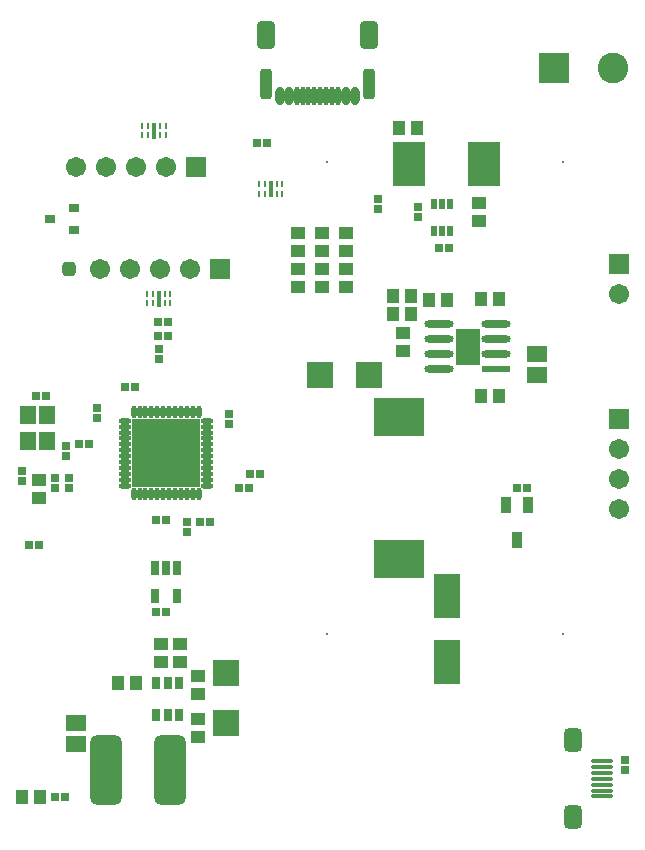
<source format=gts>
G04*
G04 #@! TF.GenerationSoftware,Altium Limited,Altium Designer,23.5.1 (21)*
G04*
G04 Layer_Color=8388736*
%FSLAX25Y25*%
%MOIN*%
G70*
G04*
G04 #@! TF.SameCoordinates,89F97100-6FF8-4533-BDCD-A1BC4398B3AB*
G04*
G04*
G04 #@! TF.FilePolarity,Negative*
G04*
G01*
G75*
G04:AMPARAMS|DCode=19|XSize=11.81mil|YSize=70.87mil|CornerRadius=2.95mil|HoleSize=0mil|Usage=FLASHONLY|Rotation=270.000|XOffset=0mil|YOffset=0mil|HoleType=Round|Shape=RoundedRectangle|*
%AMROUNDEDRECTD19*
21,1,0.01181,0.06496,0,0,270.0*
21,1,0.00591,0.07087,0,0,270.0*
1,1,0.00591,-0.03248,-0.00295*
1,1,0.00591,-0.03248,0.00295*
1,1,0.00591,0.03248,0.00295*
1,1,0.00591,0.03248,-0.00295*
%
%ADD19ROUNDEDRECTD19*%
G04:AMPARAMS|DCode=20|XSize=78.74mil|YSize=59.06mil|CornerRadius=14.76mil|HoleSize=0mil|Usage=FLASHONLY|Rotation=270.000|XOffset=0mil|YOffset=0mil|HoleType=Round|Shape=RoundedRectangle|*
%AMROUNDEDRECTD20*
21,1,0.07874,0.02953,0,0,270.0*
21,1,0.04921,0.05906,0,0,270.0*
1,1,0.02953,-0.01476,-0.02461*
1,1,0.02953,-0.01476,0.02461*
1,1,0.02953,0.01476,0.02461*
1,1,0.02953,0.01476,-0.02461*
%
%ADD20ROUNDEDRECTD20*%
%ADD27R,0.01575X0.05512*%
%ADD28R,0.00984X0.02362*%
G04:AMPARAMS|DCode=37|XSize=43.31mil|YSize=23.62mil|CornerRadius=2.01mil|HoleSize=0mil|Usage=FLASHONLY|Rotation=90.000|XOffset=0mil|YOffset=0mil|HoleType=Round|Shape=RoundedRectangle|*
%AMROUNDEDRECTD37*
21,1,0.04331,0.01961,0,0,90.0*
21,1,0.03929,0.02362,0,0,90.0*
1,1,0.00402,0.00980,0.01965*
1,1,0.00402,0.00980,-0.01965*
1,1,0.00402,-0.00980,-0.01965*
1,1,0.00402,-0.00980,0.01965*
%
%ADD37ROUNDEDRECTD37*%
G04:AMPARAMS|DCode=41|XSize=97.4mil|YSize=24.49mil|CornerRadius=12.25mil|HoleSize=0mil|Usage=FLASHONLY|Rotation=180.000|XOffset=0mil|YOffset=0mil|HoleType=Round|Shape=RoundedRectangle|*
%AMROUNDEDRECTD41*
21,1,0.09740,0.00000,0,0,180.0*
21,1,0.07291,0.02449,0,0,180.0*
1,1,0.02449,-0.03646,0.00000*
1,1,0.02449,0.03646,0.00000*
1,1,0.02449,0.03646,0.00000*
1,1,0.02449,-0.03646,0.00000*
%
%ADD41ROUNDEDRECTD41*%
%ADD42R,0.09740X0.02449*%
G04:AMPARAMS|DCode=47|XSize=47.37mil|YSize=47.37mil|CornerRadius=13.84mil|HoleSize=0mil|Usage=FLASHONLY|Rotation=0.000|XOffset=0mil|YOffset=0mil|HoleType=Round|Shape=RoundedRectangle|*
%AMROUNDEDRECTD47*
21,1,0.04737,0.01968,0,0,0.0*
21,1,0.01968,0.04737,0,0,0.0*
1,1,0.02769,0.00984,-0.00984*
1,1,0.02769,-0.00984,-0.00984*
1,1,0.02769,-0.00984,0.00984*
1,1,0.02769,0.00984,0.00984*
%
%ADD47ROUNDEDRECTD47*%
%ADD48R,0.02959X0.02762*%
%ADD49R,0.04658X0.04461*%
%ADD50R,0.05328X0.06312*%
%ADD51R,0.02762X0.02959*%
%ADD52R,0.03162X0.05131*%
%ADD53R,0.03556X0.03162*%
%ADD54R,0.04461X0.04658*%
%ADD55O,0.04343X0.01784*%
%ADD56O,0.01784X0.04343*%
%ADD57R,0.22847X0.22847*%
%ADD58R,0.03359X0.05328*%
G04:AMPARAMS|DCode=59|XSize=106.42mil|YSize=236.35mil|CornerRadius=28.61mil|HoleSize=0mil|Usage=FLASHONLY|Rotation=180.000|XOffset=0mil|YOffset=0mil|HoleType=Round|Shape=RoundedRectangle|*
%AMROUNDEDRECTD59*
21,1,0.10642,0.17913,0,0,180.0*
21,1,0.04921,0.23635,0,0,180.0*
1,1,0.05721,-0.02461,0.08957*
1,1,0.05721,0.02461,0.08957*
1,1,0.05721,0.02461,-0.08957*
1,1,0.05721,-0.02461,-0.08957*
%
%ADD59ROUNDEDRECTD59*%
%ADD60R,0.08674X0.08674*%
%ADD61R,0.06587X0.05367*%
%ADD62R,0.16548X0.12611*%
%ADD63R,0.08674X0.14973*%
%ADD64R,0.08674X0.08674*%
%ADD65R,0.07972X0.12205*%
%ADD66R,0.01975X0.03747*%
%ADD67R,0.10642X0.14973*%
%ADD68O,0.01981X0.06115*%
%ADD69O,0.03162X0.06115*%
%ADD70C,0.06706*%
%ADD71R,0.06706X0.06706*%
%ADD72C,0.10249*%
%ADD73R,0.10249X0.10249*%
%ADD74R,0.06706X0.06706*%
G04:AMPARAMS|DCode=75|XSize=39.37mil|YSize=102.36mil|CornerRadius=9.84mil|HoleSize=0mil|Usage=FLASHONLY|Rotation=180.000|XOffset=0mil|YOffset=0mil|HoleType=Round|Shape=RoundedRectangle|*
%AMROUNDEDRECTD75*
21,1,0.03937,0.08268,0,0,180.0*
21,1,0.01968,0.10236,0,0,180.0*
1,1,0.01968,-0.00984,0.04134*
1,1,0.01968,0.00984,0.04134*
1,1,0.01968,0.00984,-0.04134*
1,1,0.01968,-0.00984,-0.04134*
%
%ADD75ROUNDEDRECTD75*%
G04:AMPARAMS|DCode=76|XSize=59.06mil|YSize=94.49mil|CornerRadius=14.76mil|HoleSize=0mil|Usage=FLASHONLY|Rotation=180.000|XOffset=0mil|YOffset=0mil|HoleType=Round|Shape=RoundedRectangle|*
%AMROUNDEDRECTD76*
21,1,0.05906,0.06496,0,0,180.0*
21,1,0.02953,0.09449,0,0,180.0*
1,1,0.02953,-0.01476,0.03248*
1,1,0.02953,0.01476,0.03248*
1,1,0.02953,0.01476,-0.03248*
1,1,0.02953,-0.01476,-0.03248*
%
%ADD76ROUNDEDRECTD76*%
G04:AMPARAMS|DCode=77|XSize=8mil|YSize=8mil|CornerRadius=0mil|HoleSize=0mil|Usage=FLASHONLY|Rotation=0.000|XOffset=0mil|YOffset=0mil|HoleType=Round|Shape=RoundedRectangle|*
%AMROUNDEDRECTD77*
21,1,0.00800,0.00800,0,0,0.0*
21,1,0.00800,0.00800,0,0,0.0*
1,1,0.00000,0.00400,-0.00400*
1,1,0.00000,-0.00400,-0.00400*
1,1,0.00000,-0.00400,0.00400*
1,1,0.00000,0.00400,0.00400*
%
%ADD77ROUNDEDRECTD77*%
%ADD78C,0.02769*%
D19*
X243323Y48594D02*
D03*
Y50563D02*
D03*
Y52531D02*
D03*
Y54500D02*
D03*
Y56468D02*
D03*
Y58437D02*
D03*
Y60405D02*
D03*
D20*
X233677Y67295D02*
D03*
Y41705D02*
D03*
D27*
X95499Y214499D02*
D03*
X93968Y270575D02*
D03*
X132833Y251066D02*
D03*
D28*
X99436Y212924D02*
D03*
X97467D02*
D03*
X93530D02*
D03*
X99436Y216074D02*
D03*
X97467D02*
D03*
X93530D02*
D03*
X91562Y212924D02*
D03*
Y216074D02*
D03*
X97905Y269000D02*
D03*
X95937D02*
D03*
X92000D02*
D03*
X97905Y272150D02*
D03*
X95937D02*
D03*
X92000D02*
D03*
X90031Y269000D02*
D03*
Y272150D02*
D03*
X136770Y249491D02*
D03*
Y252640D02*
D03*
X134801Y249491D02*
D03*
X130864D02*
D03*
X128896D02*
D03*
X134801Y252640D02*
D03*
X130864D02*
D03*
X128896D02*
D03*
D37*
X94760Y86315D02*
D03*
X98500D02*
D03*
X102240D02*
D03*
X94760Y75685D02*
D03*
X98500D02*
D03*
X102240D02*
D03*
D41*
X188988Y191000D02*
D03*
Y196000D02*
D03*
Y201000D02*
D03*
Y206000D02*
D03*
X208012D02*
D03*
Y201000D02*
D03*
Y196000D02*
D03*
D42*
Y191000D02*
D03*
D47*
X65500Y224500D02*
D03*
D48*
X119000Y176000D02*
D03*
Y172653D02*
D03*
X50000Y153827D02*
D03*
Y157173D02*
D03*
X65500Y151500D02*
D03*
Y154847D02*
D03*
X61000Y151500D02*
D03*
Y154847D02*
D03*
X95500Y194327D02*
D03*
Y197673D02*
D03*
X105000Y136827D02*
D03*
Y140173D02*
D03*
X64500Y162000D02*
D03*
Y165347D02*
D03*
X168500Y244327D02*
D03*
Y247673D02*
D03*
X182000Y245173D02*
D03*
Y241827D02*
D03*
X75000Y178000D02*
D03*
Y174653D02*
D03*
X251000Y57327D02*
D03*
Y60673D02*
D03*
D49*
X202420Y246355D02*
D03*
Y240292D02*
D03*
X142000Y224532D02*
D03*
Y218468D02*
D03*
Y236531D02*
D03*
Y230469D02*
D03*
X149964Y236531D02*
D03*
Y230469D02*
D03*
Y224532D02*
D03*
Y218468D02*
D03*
X158000Y236531D02*
D03*
Y230469D02*
D03*
Y224532D02*
D03*
Y218468D02*
D03*
X55500Y147968D02*
D03*
Y154032D02*
D03*
X96268Y93345D02*
D03*
Y99408D02*
D03*
X102537Y93387D02*
D03*
Y99449D02*
D03*
X108735Y82644D02*
D03*
Y88708D02*
D03*
X108500Y68468D02*
D03*
Y74532D02*
D03*
X177000Y196968D02*
D03*
Y203031D02*
D03*
D50*
X58294Y167184D02*
D03*
X51994Y175845D02*
D03*
X58294D02*
D03*
X51994Y167184D02*
D03*
D51*
X55500Y132500D02*
D03*
X52153D02*
D03*
X94515Y140720D02*
D03*
X97861D02*
D03*
X125827Y156000D02*
D03*
X129173D02*
D03*
X122153Y151500D02*
D03*
X125500D02*
D03*
X94653Y110000D02*
D03*
X98000D02*
D03*
X95414Y202129D02*
D03*
X98761D02*
D03*
X98761Y206678D02*
D03*
X95414D02*
D03*
X64346Y48500D02*
D03*
X61000D02*
D03*
X109327Y140000D02*
D03*
X112673D02*
D03*
X54654Y182000D02*
D03*
X58000D02*
D03*
X69000Y166000D02*
D03*
X72347D02*
D03*
X215000Y151500D02*
D03*
X218347D02*
D03*
X128327Y266500D02*
D03*
X131673D02*
D03*
X188827Y231500D02*
D03*
X192173D02*
D03*
X87673Y185000D02*
D03*
X84327D02*
D03*
D52*
X101740Y124724D02*
D03*
X98000D02*
D03*
X94260D02*
D03*
Y115276D02*
D03*
X101740D02*
D03*
D53*
X67258Y244863D02*
D03*
Y237382D02*
D03*
X59384Y241122D02*
D03*
D54*
X56032Y48500D02*
D03*
X49968D02*
D03*
X88032Y86500D02*
D03*
X81968D02*
D03*
X179532Y215500D02*
D03*
X173468D02*
D03*
X191532Y214000D02*
D03*
X185468D02*
D03*
X179532Y209500D02*
D03*
X173468D02*
D03*
X203000Y214500D02*
D03*
X209063D02*
D03*
X209032Y182000D02*
D03*
X202969D02*
D03*
X181532Y271500D02*
D03*
X175469D02*
D03*
D55*
X84417Y173827D02*
D03*
Y171858D02*
D03*
Y169890D02*
D03*
Y167921D02*
D03*
Y165953D02*
D03*
Y163984D02*
D03*
Y162016D02*
D03*
Y160047D02*
D03*
Y158079D02*
D03*
Y156110D02*
D03*
Y154142D02*
D03*
Y152173D02*
D03*
X111583D02*
D03*
Y154142D02*
D03*
Y156110D02*
D03*
Y158079D02*
D03*
Y160047D02*
D03*
Y162016D02*
D03*
Y163984D02*
D03*
Y165953D02*
D03*
Y167921D02*
D03*
Y169890D02*
D03*
Y171858D02*
D03*
Y173827D02*
D03*
D56*
X87173Y149417D02*
D03*
X89142D02*
D03*
X91110D02*
D03*
X93079D02*
D03*
X95047D02*
D03*
X97016D02*
D03*
X98984D02*
D03*
X100953D02*
D03*
X102921D02*
D03*
X104890D02*
D03*
X106858D02*
D03*
X108827D02*
D03*
Y176583D02*
D03*
X106858D02*
D03*
X104890D02*
D03*
X102921D02*
D03*
X100953D02*
D03*
X98984D02*
D03*
X97016D02*
D03*
X95047D02*
D03*
X93079D02*
D03*
X91110D02*
D03*
X89142D02*
D03*
X87173D02*
D03*
D57*
X98000Y163000D02*
D03*
D58*
X218740Y145807D02*
D03*
X211260D02*
D03*
X215000Y134193D02*
D03*
D59*
X77870Y57500D02*
D03*
X99130D02*
D03*
D60*
X118000Y89768D02*
D03*
Y73232D02*
D03*
D61*
X68000Y73004D02*
D03*
Y65996D02*
D03*
X221500Y188996D02*
D03*
Y196004D02*
D03*
D62*
X175500Y127878D02*
D03*
Y175122D02*
D03*
D63*
X191500Y93500D02*
D03*
Y115500D02*
D03*
D64*
X149232Y189000D02*
D03*
X165768D02*
D03*
D65*
X198500Y198500D02*
D03*
D66*
X187441Y245929D02*
D03*
X190000D02*
D03*
X192559D02*
D03*
Y237071D02*
D03*
X190000D02*
D03*
X187441D02*
D03*
D67*
X179000Y259500D02*
D03*
X204000D02*
D03*
D68*
X149386Y282000D02*
D03*
X141512D02*
D03*
X147417D02*
D03*
X145449D02*
D03*
X143480D02*
D03*
X155291D02*
D03*
X153323D02*
D03*
X151354D02*
D03*
D69*
X135803D02*
D03*
X138953D02*
D03*
X157850D02*
D03*
X161000D02*
D03*
D70*
X68000Y258500D02*
D03*
X78000D02*
D03*
X88000D02*
D03*
X98000D02*
D03*
X106000Y224500D02*
D03*
X96000D02*
D03*
X86000D02*
D03*
X76000D02*
D03*
X249000Y144500D02*
D03*
Y154500D02*
D03*
Y164500D02*
D03*
Y216000D02*
D03*
D71*
X108000Y258500D02*
D03*
X116000Y224500D02*
D03*
D72*
X247000Y291500D02*
D03*
D73*
X227315D02*
D03*
D74*
X249000Y174500D02*
D03*
Y226000D02*
D03*
D75*
X131445Y286043D02*
D03*
X165500D02*
D03*
D76*
X131445Y302500D02*
D03*
X165500D02*
D03*
D77*
X230441Y102720D02*
D03*
X151701D02*
D03*
X230441Y260201D02*
D03*
X151701D02*
D03*
D78*
X89339Y171661D02*
D03*
X93669D02*
D03*
X98000D02*
D03*
X102331D02*
D03*
X106661D02*
D03*
X89339Y167331D02*
D03*
X93669D02*
D03*
X98000D02*
D03*
X102331D02*
D03*
X106661D02*
D03*
X89339Y163000D02*
D03*
X93669D02*
D03*
X98000D02*
D03*
X102331D02*
D03*
X106661D02*
D03*
X89339Y158669D02*
D03*
X93669D02*
D03*
X98000D02*
D03*
X102331D02*
D03*
X106661D02*
D03*
X89339Y154339D02*
D03*
X93669D02*
D03*
X98000D02*
D03*
X102331D02*
D03*
X106661D02*
D03*
M02*

</source>
